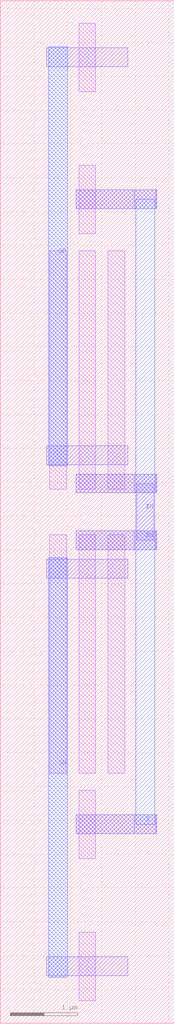
<source format=lef>
MACRO INV_45746474
  ORIGIN 0 0 ;
  FOREIGN INV_45746474 0 0 ;
  SIZE 2.58 BY 15.12 ;
  PIN ZN
    DIRECTION INOUT ;
    USE SIGNAL ;
    PORT 
      LAYER M2 ;
        RECT 1.12 7.84 2.32 8.12 ;
      LAYER M2 ;
        RECT 1.12 7 2.32 7.28 ;
      LAYER M2 ;
        RECT 1.99 7.84 2.31 8.12 ;
      LAYER M1 ;
        RECT 2.025 7.14 2.275 7.98 ;
      LAYER M2 ;
        RECT 1.99 7 2.31 7.28 ;
    END
  END ZN
  PIN I
    DIRECTION INOUT ;
    USE SIGNAL ;
    PORT 
      LAYER M2 ;
        RECT 1.12 12.04 2.32 12.32 ;
      LAYER M2 ;
        RECT 1.12 2.8 2.32 3.08 ;
      LAYER M2 ;
        RECT 1.99 12.04 2.31 12.32 ;
      LAYER M3 ;
        RECT 2.01 2.94 2.29 12.18 ;
      LAYER M2 ;
        RECT 1.99 2.8 2.31 3.08 ;
    END
  END I
  PIN SN
    DIRECTION INOUT ;
    USE SIGNAL ;
    PORT 
      LAYER M3 ;
        RECT 0.72 0.68 1 6.88 ;
    END
  END SN
  PIN SP
    DIRECTION INOUT ;
    USE SIGNAL ;
    PORT 
      LAYER M3 ;
        RECT 0.72 8.24 1 14.44 ;
    END
  END SP
  OBS 
  LAYER M1 ;
        RECT 1.165 3.695 1.415 7.225 ;
  LAYER M1 ;
        RECT 1.165 2.435 1.415 3.445 ;
  LAYER M1 ;
        RECT 1.165 0.335 1.415 1.345 ;
  LAYER M1 ;
        RECT 1.595 3.695 1.845 7.225 ;
  LAYER M1 ;
        RECT 0.735 3.695 0.985 7.225 ;
  LAYER M2 ;
        RECT 0.69 6.58 1.89 6.86 ;
  LAYER M2 ;
        RECT 0.69 0.7 1.89 0.98 ;
  LAYER M2 ;
        RECT 1.12 7 2.32 7.28 ;
  LAYER M2 ;
        RECT 1.12 2.8 2.32 3.08 ;
  LAYER M3 ;
        RECT 0.72 0.68 1 6.88 ;
  LAYER M1 ;
        RECT 1.165 7.895 1.415 11.425 ;
  LAYER M1 ;
        RECT 1.165 11.675 1.415 12.685 ;
  LAYER M1 ;
        RECT 1.165 13.775 1.415 14.785 ;
  LAYER M1 ;
        RECT 1.595 7.895 1.845 11.425 ;
  LAYER M1 ;
        RECT 0.735 7.895 0.985 11.425 ;
  LAYER M2 ;
        RECT 0.69 8.26 1.89 8.54 ;
  LAYER M2 ;
        RECT 0.69 14.14 1.89 14.42 ;
  LAYER M2 ;
        RECT 1.12 7.84 2.32 8.12 ;
  LAYER M2 ;
        RECT 1.12 12.04 2.32 12.32 ;
  LAYER M3 ;
        RECT 0.72 8.24 1 14.44 ;
  END 
END INV_45746474

</source>
